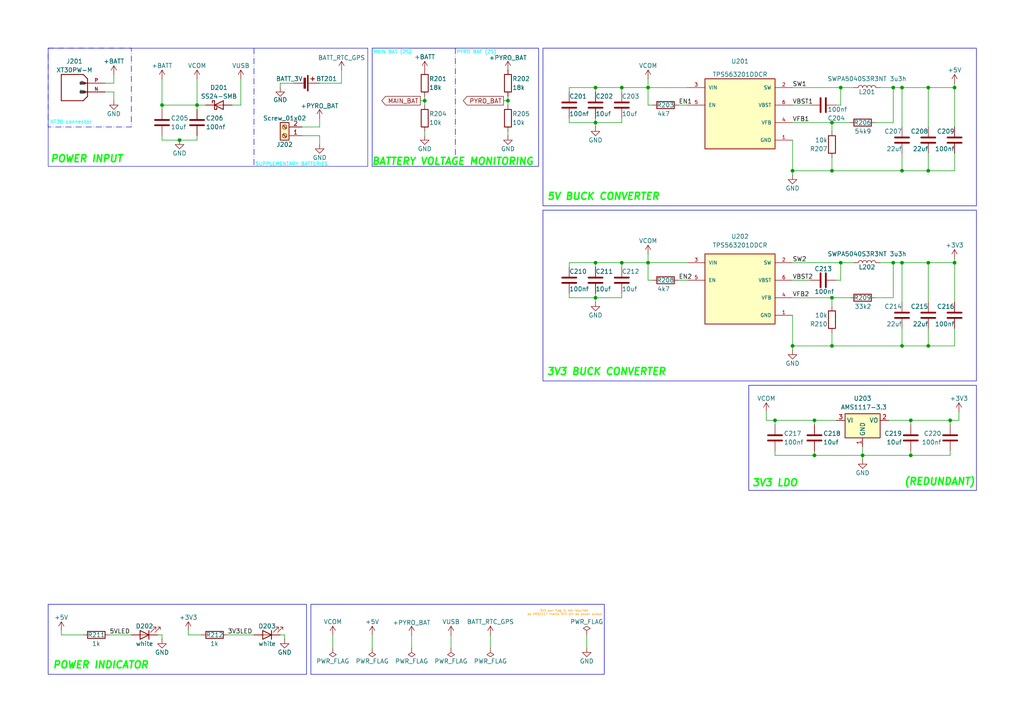
<source format=kicad_sch>
(kicad_sch (version 20250114) (generator "eeschema") (generator_version "9.0")
  (paper "A4")
  (title_block (title "VECTRON-V1") (date "2025-06-13") (rev "1.0.0") (comment 9 "ARUDHRAN"))
  (lib_symbols
    (symbol "Connector:Screw_Terminal_01x02" (pin_names (offset 1.016) (hide yes))
      (property "Reference" "J" (at 0 2.54 0))
      (property "Value" "Screw_Terminal_01x02" (at 0 -5.08 0))
      (symbol "Screw_Terminal_01x02_1_1"
        (rectangle (start -1.27 1.27) (end 1.27 -3.81) (stroke (width 0.254)) (fill (type background)))
        (polyline (pts (xy -0.5334 0.3302) (xy 0.3302 -0.508)) (stroke (width 0.1524)))
        (polyline (pts (xy -0.5334 -2.2098) (xy 0.3302 -3.048)) (stroke (width 0.1524)))
        (polyline (pts (xy -0.3556 0.508) (xy 0.508 -0.3302)) (stroke (width 0.1524)))
        (polyline (pts (xy -0.3556 -2.032) (xy 0.508 -2.8702)) (stroke (width 0.1524)))
        (circle (center 0 0) (radius 0.635) (stroke (width 0.1524)))
        (circle (center 0 -2.54) (radius 0.635) (stroke (width 0.1524)))
        (pin passive line (at -5.08 0 0) (length 3.81) (name "Pin_1") (number "1"))
        (pin passive line (at -5.08 -2.54 0) (length 3.81) (name "Pin_2") (number "2"))
      )
    )
    (symbol "Device:Battery_Cell" (pin_numbers (hide yes)) (pin_names (offset 0) (hide yes))
      (property "Reference" "BT" (at 2.54 2.54 0))
      (property "Value" "Battery_Cell" (at 2.54 0 0))
      (symbol "Battery_Cell_0_1"
        (rectangle (start -2.286 1.778) (end 2.286 1.524) (fill (type outline)))
        (rectangle (start -1.524 1.016) (end 1.524 0.508) (fill (type outline)))
        (polyline (pts (xy 0 1.778) (xy 0 2.54)))
        (polyline (pts (xy 0 0.762) (xy 0 0)))
        (polyline (pts (xy 0.762 3.048) (xy 1.778 3.048)) (stroke (width 0.254)))
        (polyline (pts (xy 1.27 3.556) (xy 1.27 2.54)) (stroke (width 0.254)))
      )
      (symbol "Battery_Cell_1_1"
        (pin passive line (at 0 5.08 270) (length 2.54) (name "+") (number "1"))
        (pin passive line (at 0 -2.54 90) (length 2.54) (name "-") (number "2"))
      )
    )
    (symbol "Device:C" (pin_numbers (hide yes)) (pin_names (offset 0.254))
      (property "Reference" "C" (at 0.635 2.54 0))
      (property "Value" "C" (at 0.635 -2.54 0))
      (symbol "C_0_1"
        (polyline (pts (xy -2.032 0.762) (xy 2.032 0.762)) (stroke (width 0.508)))
        (polyline (pts (xy -2.032 -0.762) (xy 2.032 -0.762)) (stroke (width 0.508)))
      )
      (symbol "C_1_1"
        (pin passive line (at 0 3.81 270) (length 2.794) (name "~") (number "1"))
        (pin passive line (at 0 -3.81 90) (length 2.794) (name "~") (number "2"))
      )
    )
    (symbol "Device:D_Schottky" (pin_numbers (hide yes)) (pin_names (offset 1.016) (hide yes))
      (property "Reference" "D" (at 0 2.54 0))
      (property "Value" "D_Schottky" (at 0 -2.54 0))
      (symbol "D_Schottky_0_1"
        (polyline (pts (xy -1.905 0.635) (xy -1.905 1.27) (xy -1.27 1.27) (xy -1.27 -1.27) (xy -0.635 -1.27) (xy -0.635 -0.635)) (stroke (width 0.254)))
        (polyline (pts (xy 1.27 1.27) (xy 1.27 -1.27) (xy -1.27 0) (xy 1.27 1.27)) (stroke (width 0.254)))
        (polyline (pts (xy 1.27 0) (xy -1.27 0)))
      )
      (symbol "D_Schottky_1_1"
        (pin passive line (at -3.81 0 0) (length 2.54) (name "K") (number "1"))
        (pin passive line (at 3.81 0 180) (length 2.54) (name "A") (number "2"))
      )
    )
    (symbol "Device:L" (pin_numbers (hide yes)) (pin_names (offset 1.016) (hide yes))
      (property "Reference" "L" (at -1.27 0 90))
      (property "Value" "L" (at 1.905 0 90))
      (symbol "L_0_1"
        (arc (start 0 2.54) (mid 0.6323 1.905) (end 0 1.27))
        (arc (start 0 1.27) (mid 0.6323 0.635) (end 0 0))
        (arc (start 0 0) (mid 0.6323 -0.635) (end 0 -1.27))
        (arc (start 0 -1.27) (mid 0.6323 -1.905) (end 0 -2.54))
      )
      (symbol "L_1_1"
        (pin passive line (at 0 3.81 270) (length 1.27) (name "1") (number "1"))
        (pin passive line (at 0 -3.81 90) (length 1.27) (name "2") (number "2"))
      )
    )
    (symbol "Device:LED" (pin_numbers (hide yes)) (pin_names (offset 1.016) (hide yes))
      (property "Reference" "D" (at 0 2.54 0))
      (property "Value" "LED" (at 0 -2.54 0))
      (symbol "LED_0_1"
        (polyline (pts (xy -3.048 -0.762) (xy -4.572 -2.286) (xy -3.81 -2.286) (xy -4.572 -2.286) (xy -4.572 -1.524)))
        (polyline (pts (xy -1.778 -0.762) (xy -3.302 -2.286) (xy -2.54 -2.286) (xy -3.302 -2.286) (xy -3.302 -1.524)))
        (polyline (pts (xy -1.27 0) (xy 1.27 0)))
        (polyline (pts (xy -1.27 -1.27) (xy -1.27 1.27)) (stroke (width 0.254)))
        (polyline (pts (xy 1.27 -1.27) (xy 1.27 1.27) (xy -1.27 0) (xy 1.27 -1.27)) (stroke (width 0.254)))
      )
      (symbol "LED_1_1"
        (pin passive line (at -3.81 0 0) (length 2.54) (name "K") (number "1"))
        (pin passive line (at 3.81 0 180) (length 2.54) (name "A") (number "2"))
      )
    )
    (symbol "Device:R" (pin_numbers (hide yes)) (pin_names (offset 0))
      (property "Reference" "R" (at 2.032 0 90))
      (property "Value" "R" (at 0 0 90))
      (symbol "R_0_1"
        (rectangle (start -1.016 -2.54) (end 1.016 2.54) (stroke (width 0.254)))
      )
      (symbol "R_1_1"
        (pin passive line (at 0 3.81 270) (length 1.27) (name "~") (number "1"))
        (pin passive line (at 0 -3.81 90) (length 1.27) (name "~") (number "2"))
      )
    )
    (symbol "Regulator_Linear:AMS1117-3.3"
      (property "Reference" "U" (at -3.81 3.175 0))
      (property "Value" "AMS1117-3.3" (at 0 3.175 0))
      (symbol "AMS1117-3.3_0_1"
        (rectangle (start -5.08 -5.08) (end 5.08 1.905) (stroke (width 0.254)) (fill (type background)))
      )
      (symbol "AMS1117-3.3_1_1"
        (pin power_in line (at -7.62 0 0) (length 2.54) (name "VI") (number "3"))
        (pin power_in line (at 0 -7.62 90) (length 2.54) (name "GND") (number "1"))
        (pin power_out line (at 7.62 0 180) (length 2.54) (name "VO") (number "2"))
      )
    )
    (symbol "TPS563201DDCR:TPS563201DDCR" (pin_names (offset 1.016))
      (property "Reference" "U" (at -10.16 12.7 0))
      (property "Value" "TPS563201DDCR" (at -10.16 -12.7 0))
      (symbol "TPS563201DDCR_0_0"
        (rectangle (start -10.16 -10.16) (end 10.16 10.16) (stroke (width 0.254)) (fill (type background)))
        (pin input line (at -15.24 7.62 0) (length 5.08) (name "VIN") (number "3"))
        (pin input line (at -15.24 2.54 0) (length 5.08) (name "EN") (number "5"))
        (pin output line (at 15.24 7.62 180) (length 5.08) (name "SW") (number "2"))
        (pin output line (at 15.24 2.54 180) (length 5.08) (name "VBST") (number "6"))
        (pin input line (at 15.24 -2.54 180) (length 5.08) (name "VFB") (number "4"))
        (pin power_in line (at 15.24 -7.62 180) (length 5.08) (name "GND") (number "1"))
      )
    )
    (symbol "XT30PW-M:XT30PW-M" (pin_names (offset 1.016))
      (property "Reference" "J" (at -7.62 3.302 0))
      (property "Value" "XT30PW-M" (at -7.62 -7.62 0))
      (symbol "XT30PW-M_0_0"
        (polyline (pts (xy -7.62 2.54) (xy -1.27 2.54)) (stroke (width 0.254)))
        (polyline (pts (xy -7.62 -5.08) (xy -7.62 2.54)) (stroke (width 0.254)))
        (rectangle (start -2.2225 -0.3175) (end -0.635 0.3175) (stroke (width 0.1)) (fill (type outline)))
        (rectangle (start -2.2225 -2.8575) (end -0.635 -2.2225) (stroke (width 0.1)) (fill (type outline)))
        (polyline (pts (xy -1.27 -5.08) (xy -7.62 -5.08)) (stroke (width 0.254)))
        (polyline (pts (xy 0 1.27) (xy -1.27 2.54)) (stroke (width 0.254)))
        (polyline (pts (xy 0 1.27) (xy 0 0)) (stroke (width 0.254)))
        (polyline (pts (xy 0 0) (xy -1.905 0)) (stroke (width 0.254)))
        (polyline (pts (xy 0 0) (xy 0 -3.81)) (stroke (width 0.254)))
        (polyline (pts (xy 0 -2.54) (xy -1.905 -2.54)) (stroke (width 0.254)))
        (polyline (pts (xy 0 -3.81) (xy -1.27 -5.08)) (stroke (width 0.254)))
        (pin power_in line (at 5.08 0 180) (length 5.08) (name "P") (number "P"))
        (pin power_in line (at 5.08 -2.54 180) (length 5.08) (name "N") (number "N"))
      )
    )
    (symbol "power:+3V3" (power) (pin_numbers (hide yes)) (pin_names (offset 0) (hide yes))
      (property "Value" "+3V3" (at 0 3.556 0))
      (symbol "+3V3_0_1"
        (polyline (pts (xy -0.762 1.27) (xy 0 2.54)))
        (polyline (pts (xy 0 2.54) (xy 0.762 1.27)))
        (polyline (pts (xy 0 0) (xy 0 2.54)))
      )
      (symbol "+3V3_1_1"
        (pin power_in line (at 0 0 90) (length 0) (name "~") (number "1"))
      )
    )
    (symbol "power:+5V" (power) (pin_numbers (hide yes)) (pin_names (offset 0) (hide yes))
      (property "Value" "+5V" (at 0 3.556 0))
      (symbol "+5V_0_1"
        (polyline (pts (xy -0.762 1.27) (xy 0 2.54)))
        (polyline (pts (xy 0 2.54) (xy 0.762 1.27)))
        (polyline (pts (xy 0 0) (xy 0 2.54)))
      )
      (symbol "+5V_1_1"
        (pin power_in line (at 0 0 90) (length 0) (name "~") (number "1"))
      )
    )
    (symbol "power:+BATT" (power) (pin_numbers (hide yes)) (pin_names (offset 0) (hide yes))
      (property "Value" "+BATT" (at 0 3.556 0))
      (symbol "+BATT_0_1"
        (polyline (pts (xy -0.762 1.27) (xy 0 2.54)))
        (polyline (pts (xy 0 2.54) (xy 0.762 1.27)))
        (polyline (pts (xy 0 0) (xy 0 2.54)))
      )
      (symbol "+BATT_1_1"
        (pin power_in line (at 0 0 90) (length 0) (name "~") (number "1"))
      )
    )
    (symbol "power:GND" (power) (pin_numbers (hide yes)) (pin_names (offset 0) (hide yes))
      (property "Value" "GND" (at 0 -3.81 0))
      (symbol "GND_0_1"
        (polyline (pts (xy 0 0) (xy 0 -1.27) (xy 1.27 -1.27) (xy 0 -2.54) (xy -1.27 -1.27) (xy 0 -1.27)))
      )
      (symbol "GND_1_1"
        (pin power_in line (at 0 0 270) (length 0) (name "~") (number "1"))
      )
    )
    (symbol "power:PWR_FLAG" (power) (pin_numbers (hide yes)) (pin_names (offset 0) (hide yes))
      (property "Value" "PWR_FLAG" (at 0 3.81 0))
      (symbol "PWR_FLAG_0_0"
        (pin power_out line (at 0 0 90) (length 0) (name "~") (number "1"))
      )
      (symbol "PWR_FLAG_0_1"
        (polyline (pts (xy 0 0) (xy 0 1.27) (xy -1.016 1.905) (xy 0 2.54) (xy 1.016 1.905) (xy 0 1.27)))
      )
    )
    (symbol "power:VBUS" (power) (pin_numbers (hide yes)) (pin_names (offset 0) (hide yes))
      (property "Value" "VBUS" (at 0 3.556 0))
      (symbol "VBUS_0_1"
        (polyline (pts (xy -0.762 1.27) (xy 0 2.54)))
        (polyline (pts (xy 0 2.54) (xy 0.762 1.27)))
        (polyline (pts (xy 0 0) (xy 0 2.54)))
      )
      (symbol "VBUS_1_1"
        (pin power_in line (at 0 0 90) (length 0) (name "~") (number "1"))
      )
    )
    (symbol "power:VCC" (power) (pin_numbers (hide yes)) (pin_names (offset 0) (hide yes))
      (property "Value" "VCC" (at 0 3.556 0))
      (symbol "VCC_0_1"
        (polyline (pts (xy -0.762 1.27) (xy 0 2.54)))
        (polyline (pts (xy 0 2.54) (xy 0.762 1.27)))
        (polyline (pts (xy 0 0) (xy 0 2.54)))
      )
      (symbol "VCC_1_1"
        (pin power_in line (at 0 0 90) (length 0) (name "~") (number "1"))
      )
    )
  )
  (rectangle (start 13.97 175.26) (end 88.9 195.58))
  (rectangle (start 13.97 13.97) (end 38.1 36.83) (stroke (width 0) (type dash_dot)))
  (rectangle (start 217.17 111.76) (end 283.21 142.24))
  (rectangle (start 13.97 13.97) (end 106.68 48.26) (stroke (width 0.127)))
  (rectangle (start 157.48 60.96) (end 283.21 110.49))
  (rectangle (start 107.95 13.97) (end 156.21 48.26))
  (rectangle (start 90.17 175.26) (end 175.26 195.58))
  (rectangle (start 157.48 13.97) (end 283.21 59.69))
  (text "3V3 BUCK CONVERTER\n" (at 175.895 107.95 0) (effects (font (size 2.032 2.032) (bold yes) (italic yes))))
  (text "POWER INDICATOR\n" (at 29.21 193.04 0) (effects (font (size 2.032 2.032) (bold yes) (italic yes))))
  (text "PYRO BAT (2S)\n" (at 138.176 15.24 0) (effects (font (size 1.016 1.016))))
  (text "5V BUCK CONVERTER\n" (at 175.006 57.15 0) (effects (font (size 2.032 2.032) (bold yes) (italic yes))))
  (text "XT30 connector\n" (at 20.574 35.56 0) (effects (font (size 1.016 1.016))))
  (text "SUPPLEMENTARY BATTERIES" (at 84.582 47.752 0) (effects (font (size 1.016 1.016))))
  (text "POWER INPUT" (at 25.146 46.228 0) (effects (font (size 2.032 2.032) (bold yes) (italic yes))))
  (text "(REDUNDANT)\n\n" (at 272.542 141.478 0) (effects (font (size 2.032 2.032) (bold yes) (italic yes))))
  (text "MAIN BAT (2S)" (at 113.792 15.24 0) (effects (font (size 1.016 1.016))))
  (text "3V3 pwr flag is not required \nas AMS1117 marks 3V3 pin as power output" (at 163.83 177.8 0) (effects (font (size 0.635 0.635) (thickness 0.0794))))
  (text "BATTERY VOLTAGE MONITORING" (at 131.318 46.99 0) (effects (font (size 2.032 2.032) (bold yes) (italic yes))))
  (text "3V3 LDO\n" (at 224.79 140.208 0) (effects (font (size 2.032 2.032) (bold yes) (italic yes))))
  (junction (at 172.72 25.4))
  (junction (at 243.84 76.2))
  (junction (at 264.16 132.08))
  (junction (at 269.24 49.53))
  (junction (at 229.87 100.33))
  (junction (at 241.3 49.53))
  (junction (at 269.24 100.33))
  (junction (at 241.3 35.56))
  (junction (at 275.59 121.92))
  (junction (at 269.24 25.4))
  (junction (at 52.07 40.64))
  (junction (at 172.72 35.56))
  (junction (at 241.3 100.33))
  (junction (at 57.15 30.48))
  (junction (at 224.79 121.92))
  (junction (at 259.08 25.4))
  (junction (at 236.22 121.92))
  (junction (at 229.87 49.53))
  (junction (at 46.99 30.48))
  (junction (at 236.22 132.08))
  (junction (at 243.84 25.4))
  (junction (at 276.86 25.4))
  (junction (at 187.96 25.4))
  (junction (at 172.72 76.2))
  (junction (at 261.62 25.4))
  (junction (at 180.34 76.2))
  (junction (at 250.19 132.08))
  (junction (at 261.62 49.53))
  (junction (at 269.24 76.2))
  (junction (at 259.08 76.2))
  (junction (at 261.62 100.33))
  (junction (at 180.34 25.4))
  (junction (at 241.3 86.36))
  (junction (at 187.96 76.2))
  (junction (at 147.32 29.21))
  (junction (at 276.86 76.2))
  (junction (at 172.72 86.36))
  (junction (at 261.62 76.2))
  (junction (at 264.16 121.92))
  (junction (at 123.19 29.21))
  (wire (pts (xy 259.08 25.4) (xy 255.27 25.4)))
  (wire (pts (xy 123.19 29.21) (xy 123.19 27.94)))
  (wire (pts (xy 278.13 121.92) (xy 278.13 119.38)))
  (wire (pts (xy 87.63 36.83) (xy 92.71 36.83)))
  (wire (pts (xy 187.96 25.4) (xy 187.96 30.48)))
  (wire (pts (xy 229.87 25.4) (xy 243.84 25.4)))
  (wire (pts (xy 81.28 25.4) (xy 81.28 24.13)))
  (wire (pts (xy 276.86 74.93) (xy 276.86 76.2)))
  (wire (pts (xy 241.3 38.1) (xy 241.3 35.56)))
  (wire (pts (xy 172.72 36.83) (xy 172.72 35.56)))
  (wire (pts (xy 269.24 76.2) (xy 269.24 87.63)))
  (wire (pts (xy 46.99 40.64) (xy 52.07 40.64)))
  (wire (pts (xy 165.1 26.67) (xy 165.1 25.4)))
  (wire (pts (xy 172.72 86.36) (xy 172.72 85.09)))
  (wire (pts (xy 229.87 91.44) (xy 229.87 100.33)))
  (wire (pts (xy 81.28 24.13) (xy 85.09 24.13)))
  (wire (pts (xy 254 35.56) (xy 259.08 35.56)))
  (wire (pts (xy 147.32 29.21) (xy 147.32 27.94)))
  (wire (pts (xy 196.85 81.28) (xy 199.39 81.28)))
  (wire (pts (xy 243.84 30.48) (xy 242.57 30.48)))
  (wire (pts (xy 236.22 130.81) (xy 236.22 132.08)))
  (wire (pts (xy 180.34 35.56) (xy 180.34 34.29)))
  (wire (pts (xy 54.61 182.88) (xy 54.61 184.15)))
  (wire (pts (xy 241.3 100.33) (xy 261.62 100.33)))
  (wire (pts (xy 165.1 35.56) (xy 172.72 35.56)))
  (wire (pts (xy 276.86 95.25) (xy 276.86 100.33)))
  (wire (pts (xy 229.87 81.28) (xy 234.95 81.28)))
  (wire (pts (xy 269.24 95.25) (xy 269.24 100.33)))
  (wire (pts (xy 259.08 76.2) (xy 259.08 86.36)))
  (wire (pts (xy 259.08 25.4) (xy 259.08 35.56)))
  (wire (pts (xy 259.08 25.4) (xy 261.62 25.4)))
  (wire (pts (xy 250.19 133.35) (xy 250.19 132.08)))
  (wire (pts (xy 69.85 30.48) (xy 69.85 22.86)))
  (wire (pts (xy 33.02 21.59) (xy 33.02 24.13)))
  (wire (pts (xy 146.05 29.21) (xy 147.32 29.21)))
  (wire (pts (xy 172.72 35.56) (xy 180.34 35.56)))
  (wire (pts (xy 172.72 35.56) (xy 172.72 34.29)))
  (wire (pts (xy 269.24 25.4) (xy 269.24 36.83)))
  (wire (pts (xy 243.84 81.28) (xy 242.57 81.28)))
  (wire (pts (xy 33.02 26.67) (xy 33.02 29.21)))
  (wire (pts (xy 187.96 30.48) (xy 189.23 30.48)))
  (wire (pts (xy 180.34 76.2) (xy 187.96 76.2)))
  (wire (pts (xy 180.34 77.47) (xy 180.34 76.2)))
  (wire (pts (xy 224.79 132.08) (xy 236.22 132.08)))
  (wire (pts (xy 269.24 49.53) (xy 276.86 49.53)))
  (wire (pts (xy 229.87 49.53) (xy 241.3 49.53)))
  (wire (pts (xy 254 86.36) (xy 259.08 86.36)))
  (wire (pts (xy 236.22 121.92) (xy 242.57 121.92)))
  (wire (pts (xy 187.96 73.66) (xy 187.96 76.2)))
  (wire (pts (xy 92.71 24.13) (xy 99.06 24.13)))
  (wire (pts (xy 107.95 187.96) (xy 107.95 184.15)))
  (wire (pts (xy 99.06 20.32) (xy 99.06 24.13)))
  (wire (pts (xy 243.84 25.4) (xy 243.84 30.48)))
  (wire (pts (xy 187.96 81.28) (xy 189.23 81.28)))
  (wire (pts (xy 229.87 100.33) (xy 241.3 100.33)))
  (wire (pts (xy 269.24 44.45) (xy 269.24 49.53)))
  (wire (pts (xy 229.87 101.6) (xy 229.87 100.33)))
  (wire (pts (xy 261.62 49.53) (xy 269.24 49.53)))
  (wire (pts (xy 276.86 44.45) (xy 276.86 49.53)))
  (wire (pts (xy 261.62 87.63) (xy 261.62 76.2)))
  (wire (pts (xy 17.78 184.15) (xy 24.13 184.15)))
  (wire (pts (xy 222.25 119.38) (xy 222.25 121.92)))
  (wire (pts (xy 261.62 44.45) (xy 261.62 49.53)))
  (wire (pts (xy 180.34 86.36) (xy 180.34 85.09)))
  (wire (pts (xy 264.16 132.08) (xy 264.16 130.81)))
  (wire (pts (xy 250.19 132.08) (xy 264.16 132.08)))
  (wire (pts (xy 147.32 30.48) (xy 147.32 29.21)))
  (wire (pts (xy 46.99 22.86) (xy 46.99 30.48)))
  (wire (pts (xy 276.86 25.4) (xy 276.86 36.83)))
  (wire (pts (xy 229.87 50.8) (xy 229.87 49.53)))
  (wire (pts (xy 123.19 29.21) (xy 121.92 29.21)))
  (wire (pts (xy 196.85 30.48) (xy 199.39 30.48)))
  (wire (pts (xy 241.3 100.33) (xy 241.3 96.52)))
  (wire (pts (xy 257.81 121.92) (xy 264.16 121.92)))
  (wire (pts (xy 57.15 22.86) (xy 57.15 30.48)))
  (wire (pts (xy 276.86 24.13) (xy 276.86 25.4)))
  (wire (pts (xy 241.3 88.9) (xy 241.3 86.36)))
  (wire (pts (xy 264.16 123.19) (xy 264.16 121.92)))
  (wire (pts (xy 172.72 87.63) (xy 172.72 86.36)))
  (wire (pts (xy 96.52 187.96) (xy 96.52 184.15)))
  (wire (pts (xy 187.96 25.4) (xy 199.39 25.4)))
  (wire (pts (xy 275.59 121.92) (xy 278.13 121.92)))
  (wire (pts (xy 236.22 123.19) (xy 236.22 121.92)))
  (wire (pts (xy 57.15 40.64) (xy 57.15 39.37)))
  (wire (pts (xy 17.78 184.15) (xy 17.78 182.88)))
  (wire (pts (xy 275.59 123.19) (xy 275.59 121.92)))
  (wire (pts (xy 30.48 24.13) (xy 33.02 24.13)))
  (wire (pts (xy 46.99 184.15) (xy 45.72 184.15)))
  (wire (pts (xy 57.15 31.75) (xy 57.15 30.48)))
  (wire (pts (xy 229.87 86.36) (xy 241.3 86.36)))
  (wire (pts (xy 82.55 185.42) (xy 82.55 184.15)))
  (wire (pts (xy 224.79 123.19) (xy 224.79 121.92)))
  (wire (pts (xy 165.1 76.2) (xy 172.72 76.2)))
  (wire (pts (xy 46.99 30.48) (xy 57.15 30.48)))
  (wire (pts (xy 66.04 184.15) (xy 73.66 184.15)))
  (wire (pts (xy 46.99 40.64) (xy 46.99 39.37)))
  (wire (pts (xy 269.24 100.33) (xy 276.86 100.33)))
  (wire (pts (xy 46.99 31.75) (xy 46.99 30.48)))
  (wire (pts (xy 269.24 76.2) (xy 276.86 76.2)))
  (wire (pts (xy 67.31 30.48) (xy 69.85 30.48)))
  (wire (pts (xy 165.1 77.47) (xy 165.1 76.2)))
  (wire (pts (xy 264.16 132.08) (xy 275.59 132.08)))
  (wire (pts (xy 229.87 76.2) (xy 243.84 76.2)))
  (wire (pts (xy 261.62 95.25) (xy 261.62 100.33)))
  (wire (pts (xy 46.99 185.42) (xy 46.99 184.15)))
  (wire (pts (xy 261.62 36.83) (xy 261.62 25.4)))
  (wire (pts (xy 264.16 121.92) (xy 275.59 121.92)))
  (wire (pts (xy 276.86 76.2) (xy 276.86 87.63)))
  (wire (pts (xy 123.19 30.48) (xy 123.19 29.21)))
  (wire (pts (xy 165.1 85.09) (xy 165.1 86.36)))
  (wire (pts (xy 241.3 49.53) (xy 241.3 45.72)))
  (wire (pts (xy 165.1 86.36) (xy 172.72 86.36)))
  (wire (pts (xy 259.08 76.2) (xy 261.62 76.2)))
  (wire (pts (xy 229.87 40.64) (xy 229.87 49.53)))
  (wire (pts (xy 57.15 30.48) (xy 59.69 30.48)))
  (wire (pts (xy 236.22 132.08) (xy 250.19 132.08)))
  (wire (pts (xy 275.59 132.08) (xy 275.59 130.81)))
  (wire (pts (xy 130.81 184.15) (xy 130.81 187.96)))
  (wire (pts (xy 123.19 38.1) (xy 123.19 39.37)))
  (wire (pts (xy 165.1 25.4) (xy 172.72 25.4)))
  (wire (pts (xy 241.3 86.36) (xy 246.38 86.36)))
  (wire (pts (xy 172.72 86.36) (xy 180.34 86.36)))
  (wire (pts (xy 87.63 39.37) (xy 92.71 39.37)))
  (wire (pts (xy 172.72 26.67) (xy 172.72 25.4)))
  (wire (pts (xy 92.71 39.37) (xy 92.71 41.91)))
  (wire (pts (xy 187.96 76.2) (xy 199.39 76.2)))
  (wire (pts (xy 243.84 25.4) (xy 247.65 25.4)))
  (wire (pts (xy 142.24 184.15) (xy 142.24 187.96)))
  (wire (pts (xy 243.84 76.2) (xy 247.65 76.2)))
  (wire (pts (xy 269.24 25.4) (xy 276.86 25.4)))
  (wire (pts (xy 261.62 100.33) (xy 269.24 100.33)))
  (wire (pts (xy 250.19 132.08) (xy 250.19 129.54)))
  (wire (pts (xy 229.87 30.48) (xy 234.95 30.48)))
  (wire (pts (xy 52.07 40.64) (xy 57.15 40.64)))
  (wire (pts (xy 187.96 76.2) (xy 187.96 81.28)))
  (wire (pts (xy 261.62 76.2) (xy 269.24 76.2)))
  (wire (pts (xy 82.55 184.15) (xy 81.28 184.15)))
  (wire (pts (xy 229.87 35.56) (xy 241.3 35.56)))
  (wire (pts (xy 147.32 38.1) (xy 147.32 39.37)))
  (wire (pts (xy 54.61 184.15) (xy 58.42 184.15)))
  (wire (pts (xy 30.48 26.67) (xy 33.02 26.67)))
  (wire (pts (xy 241.3 35.56) (xy 246.38 35.56)))
  (wire (pts (xy 255.27 76.2) (xy 259.08 76.2)))
  (wire (pts (xy 187.96 22.86) (xy 187.96 25.4)))
  (wire (pts (xy 180.34 25.4) (xy 187.96 25.4)))
  (wire (pts (xy 172.72 76.2) (xy 180.34 76.2)))
  (wire (pts (xy 224.79 132.08) (xy 224.79 130.81)))
  (wire (pts (xy 172.72 25.4) (xy 180.34 25.4)))
  (wire (pts (xy 180.34 26.67) (xy 180.34 25.4)))
  (wire (pts (xy 222.25 121.92) (xy 224.79 121.92)))
  (wire (pts (xy 119.38 187.96) (xy 119.38 184.15)))
  (polyline (pts (xy 132.08 13.97) (xy 132.08 45.72)) (stroke (width 0) (type dash_dot)))
  (wire (pts (xy 241.3 49.53) (xy 261.62 49.53)))
  (wire (pts (xy 92.71 36.83) (xy 92.71 34.29)))
  (wire (pts (xy 261.62 25.4) (xy 269.24 25.4)))
  (wire (pts (xy 170.18 184.15) (xy 170.18 187.96)))
  (wire (pts (xy 172.72 77.47) (xy 172.72 76.2)))
  (wire (pts (xy 165.1 34.29) (xy 165.1 35.56)))
  (wire (pts (xy 31.75 184.15) (xy 38.1 184.15)))
  (wire (pts (xy 243.84 76.2) (xy 243.84 81.28)))
  (polyline (pts (xy 73.66 13.97) (xy 73.66 48.26)) (stroke (width 0) (type dash_dot)))
  (wire (pts (xy 224.79 121.92) (xy 236.22 121.92)))
  (label "3V3LED" (at 66.04 184.15 0))
  (label "SW1" (at 229.87 25.4 0))
  (label "EN1" (at 196.85 30.48 0))
  (label "5VLED" (at 31.75 184.15 0))
  (label "VBST1" (at 229.87 30.48 0))
  (label "VBST2" (at 229.87 81.28 0))
  (label "EN2" (at 196.85 81.28 0))
  (label "VFB1" (at 229.87 35.56 0))
  (label "VFB2" (at 229.87 86.36 0))
  (label "SW2" (at 229.87 76.2 0))
  (global_label "PYRO_BAT" (shape output) (at 146.05 29.21 180) (property "Intersheetrefs" "${INTERSHEET_REFS}" (effects (hide yes))))
  (global_label "MAIN_BAT" (shape output) (at 121.92 29.21 180) (property "Intersheetrefs" "${INTERSHEET_REFS}" (effects (hide yes))))
  (symbol (lib_id "power:PWR_FLAG") (at 119.38 187.96 180) (unit 1)
    (property "Reference" "#FLG0204" (effects (hide yes)))
    (property "Value" "PWR_FLAG" (at 119.38 191.77 0))
    (property "Description" "Special symbol for telling ERC where power comes from" (effects (hide yes)))
  )
  (symbol (lib_id "power:PWR_FLAG") (at 96.52 187.96 180) (unit 1)
    (property "Reference" "#FLG0202" (effects (hide yes)))
    (property "Value" "PWR_FLAG" (at 96.52 191.77 0))
    (property "Description" "Special symbol for telling ERC where power comes from" (effects (hide yes)))
  )
  (symbol (lib_id "power:VBUS") (at 99.06 20.32 0) (unit 1)
    (property "Reference" "#PWR0201" (effects (hide yes)))
    (property "Value" "BATT_RTC_GPS" (at 99.06 16.764 0))
    (property "Description" "Power symbol creates a global label with name \"VBUS\"" (effects (hide yes)))
  )
  (symbol (lib_id "power:GND") (at 33.02 29.21 0) (unit 1)
    (property "Reference" "#PWR0211" (effects (hide yes)))
    (property "Value" "GND" (at 33.02 33.02 0))
    (property "Description" "Power symbol creates a global label with name \"GND\" , ground" (effects (hide yes)))
  )
  (symbol (lib_id "power:VBUS") (at 69.85 22.86 0) (unit 1)
    (property "Reference" "#PWR0207" (effects (hide yes)))
    (property "Value" "VUSB" (at 69.85 19.05 0))
    (property "Description" "Power symbol creates a global label with name \"VBUS\"" (effects (hide yes)))
  )
  (symbol (lib_id "Device:C") (at 57.15 35.56 0) (unit 1)
    (property "Reference" "C206" (at 59.69 34.29 0) (effects (justify left)))
    (property "Value" "100nf" (at 59.69 36.83 0) (effects (justify left)))
    (property "Footprint" "Capacitor_SMD:C_0603_1608Metric" (effects (hide yes)))
    (property "Description" "Unpolarized capacitor" (effects (hide yes)))
  )
  (symbol (lib_id "power:+3V3") (at 278.13 119.38 0) (unit 1)
    (property "Reference" "#PWR0224" (effects (hide yes)))
    (property "Value" "+3V3" (at 278.13 115.57 0))
    (property "Description" "Power symbol creates a global label with name \"+3V3\"" (effects (hide yes)))
  )
  (symbol (lib_id "power:GND") (at 123.19 39.37 0) (mirror y) (unit 1)
    (property "Reference" "#PWR0214" (effects (hide yes)))
    (property "Value" "GND" (at 123.19 43.18 0))
    (property "Description" "Power symbol creates a global label with name \"GND\" , ground" (effects (hide yes)))
  )
  (symbol (lib_id "power:VBUS") (at 96.52 184.15 0) (unit 1)
    (property "Reference" "#PWR0228" (effects (hide yes)))
    (property "Value" "VCOM" (at 96.52 180.34 0))
    (property "Description" "Power symbol creates a global label with name \"VBUS\"" (effects (hide yes)))
  )
  (symbol (lib_id "TPS563201DDCR:TPS563201DDCR") (at 214.63 33.02 0) (unit 1)
    (property "Reference" "U201" (at 214.63 17.78 0))
    (property "Value" "TPS563201DDCR" (at 214.63 21.59 0))
    (property "Footprint" "TPS563201DDCR:SOT95P280X110-6N" (effects (hide yes)))
    (property "MF" "Texas Instruments" (effects (hide yes)))
    (property "MAXIMUM_PACKAGE_HEIGHT" "1.10mm" (effects (hide yes)))
    (property "Package" "SOT-23-THN-6 Texas Instruments" (effects (hide yes)))
    (property "Price" "None" (effects (hide yes)))
    (property "Check_prices" "https://www.snapeda.com/parts/TPS563201DDCR/Texas+Instruments/view-part/?ref=eda" (effects (hide yes)))
    (property "STANDARD" "IPC-7351B" (effects (hide yes)))
    (property "PARTREV" "December 2015" (effects (hide yes)))
    (property "SnapEDA_Link" "https://www.snapeda.com/parts/TPS563201DDCR/Texas+Instruments/view-part/?ref=snap" (effects (hide yes)))
    (property "MP" "TPS563201DDCR" (effects (hide yes)))
    (property "Description_1" "4.5 V to 17 V input, 3 A output, synchronous step-down converter in Eco-mode" (effects (hide yes)))
    (property "Availability" "In Stock" (effects (hide yes)))
    (property "MANUFACTURER" "Texas Instruments" (effects (hide yes)))
  )
  (symbol (lib_id "power:VBUS") (at 222.25 119.38 0) (unit 1)
    (property "Reference" "#PWR0223" (effects (hide yes)))
    (property "Value" "VCOM" (at 222.25 115.57 0))
    (property "Description" "Power symbol creates a global label with name \"VBUS\"" (effects (hide yes)))
  )
  (symbol (lib_id "power:GND") (at 46.99 185.42 0) (unit 1)
    (property "Reference" "#PWR0233" (effects (hide yes)))
    (property "Value" "GND" (at 46.99 189.23 0))
    (property "Description" "Power symbol creates a global label with name \"GND\" , ground" (effects (hide yes)))
  )
  (symbol (lib_id "power:VBUS") (at 130.81 184.15 0) (unit 1)
    (property "Reference" "#PWR0231" (effects (hide yes)))
    (property "Value" "VUSB" (at 130.81 180.34 0))
    (property "Description" "Power symbol creates a global label with name \"VBUS\"" (effects (hide yes)))
  )
  (symbol (lib_id "Device:C") (at 46.99 35.56 0) (unit 1)
    (property "Reference" "C205" (at 49.53 34.29 0) (effects (justify left)))
    (property "Value" "10uf" (at 49.53 36.83 0) (effects (justify left)))
    (property "Footprint" "Capacitor_SMD:C_0603_1608Metric" (effects (hide yes)))
    (property "Description" "Unpolarized capacitor" (effects (hide yes)))
  )
  (symbol (lib_id "Device:C") (at 172.72 81.28 0) (unit 1)
    (property "Reference" "C211" (at 172.72 78.74 0) (effects (justify left)))
    (property "Value" "10uf" (at 172.72 83.82 0) (effects (justify left)))
    (property "Footprint" "Capacitor_SMD:C_0603_1608Metric" (effects (hide yes)))
    (property "Description" "Unpolarized capacitor" (effects (hide yes)))
  )
  (symbol (lib_id "power:VBUS") (at 57.15 22.86 0) (unit 1)
    (property "Reference" "#PWR0206" (effects (hide yes)))
    (property "Value" "VCOM" (at 57.15 19.05 0))
    (property "Description" "Power symbol creates a global label with name \"VBUS\"" (effects (hide yes)))
  )
  (symbol (lib_id "power:GND") (at 172.72 87.63 0) (unit 1)
    (property "Reference" "#PWR0221" (effects (hide yes)))
    (property "Value" "GND" (at 172.72 91.44 0))
    (property "Description" "Power symbol creates a global label with name \"GND\" , ground" (effects (hide yes)))
  )
  (symbol (lib_id "Device:R") (at 250.19 35.56 90) (unit 1)
    (property "Reference" "R206" (at 252.73 35.56 90) (effects (justify left)))
    (property "Value" "54k9" (at 252.73 38.1 90) (effects (justify left)))
    (property "Footprint" "Resistor_SMD:R_0603_1608Metric" (effects (hide yes)))
    (property "Description" "Resistor" (effects (hide yes)))
  )
  (symbol (lib_id "Device:D_Schottky") (at 63.5 30.48 0) (unit 1)
    (property "Reference" "D201" (at 63.5 25.4 0))
    (property "Value" "SS24-SMB" (at 63.5 27.94 0))
    (property "Footprint" "Diode_SMD:D_SMB" (effects (hide yes)))
    (property "Description" "Schottky diode" (effects (hide yes)))
  )
  (symbol (lib_id "Device:C") (at 264.16 127 0) (mirror y) (unit 1)
    (property "Reference" "C219" (at 261.62 125.73 0) (effects (justify left)))
    (property "Value" "10uf" (at 261.62 128.27 0) (effects (justify left)))
    (property "Footprint" "Capacitor_SMD:C_0603_1608Metric" (effects (hide yes)))
    (property "Description" "Unpolarized capacitor" (effects (hide yes)))
  )
  (symbol (lib_id "power:+BATT") (at 123.19 20.32 0) (mirror y) (unit 1)
    (property "Reference" "#PWR0202" (effects (hide yes)))
    (property "Value" "+BATT" (at 123.19 16.51 0))
    (property "Description" "Power symbol creates a global label with name \"+BATT\"" (effects (hide yes)))
  )
  (symbol (lib_id "power:PWR_FLAG") (at 170.18 184.15 0) (unit 1)
    (property "Reference" "#FLG0201" (effects (hide yes)))
    (property "Value" "PWR_FLAG" (at 170.18 180.34 0))
    (property "Description" "Special symbol for telling ERC where power comes from" (effects (hide yes)))
  )
  (symbol (lib_id "power:GND") (at 170.18 187.96 0) (unit 1)
    (property "Reference" "#PWR0235" (effects (hide yes)))
    (property "Value" "GND" (at 170.18 191.77 0))
    (property "Description" "Power symbol creates a global label with name \"GND\" , ground" (effects (hide yes)))
  )
  (symbol (lib_id "Device:R") (at 241.3 92.71 180) (unit 1)
    (property "Reference" "R210" (at 240.03 93.98 0) (effects (justify left)))
    (property "Value" "10k" (at 240.03 91.44 0) (effects (justify left)))
    (property "Footprint" "Resistor_SMD:R_0603_1608Metric" (effects (hide yes)))
    (property "Description" "Resistor" (effects (hide yes)))
  )
  (symbol (lib_id "Device:R") (at 241.3 41.91 180) (unit 1)
    (property "Reference" "R207" (at 240.03 43.18 0) (effects (justify left)))
    (property "Value" "10k" (at 240.03 40.64 0) (effects (justify left)))
    (property "Footprint" "Resistor_SMD:R_0603_1608Metric" (effects (hide yes)))
    (property "Description" "Resistor" (effects (hide yes)))
  )
  (symbol (lib_id "Device:LED") (at 41.91 184.15 180) (unit 1)
    (property "Reference" "D202" (at 41.91 181.61 0))
    (property "Value" "white" (at 41.91 186.69 0))
    (property "Footprint" "LED_SMD:LED_0603_1608Metric" (effects (hide yes)))
    (property "Description" "Light emitting diode" (effects (hide yes)))
    (property "Sim.Pins" "1=K 2=A" (effects (hide yes)))
  )
  (symbol (lib_id "power:VCC") (at 147.32 20.32 0) (mirror y) (unit 1)
    (property "Reference" "#PWR0203" (effects (hide yes)))
    (property "Value" "+PYRO_BAT" (at 147.32 16.764 0))
    (property "Description" "Power symbol creates a global label with name \"VCC\"" (effects (hide yes)))
  )
  (symbol (lib_id "power:VBUS") (at 187.96 73.66 0) (unit 1)
    (property "Reference" "#PWR0219" (effects (hide yes)))
    (property "Value" "VCOM" (at 187.96 69.85 0))
    (property "Description" "Power symbol creates a global label with name \"VBUS\"" (effects (hide yes)))
  )
  (symbol (lib_id "power:GND") (at 229.87 101.6 0) (unit 1)
    (property "Reference" "#PWR0222" (effects (hide yes)))
    (property "Value" "GND" (at 229.87 105.41 0))
    (property "Description" "Power symbol creates a global label with name \"GND\" , ground" (effects (hide yes)))
  )
  (symbol (lib_id "Device:C") (at 269.24 91.44 0) (mirror y) (unit 1)
    (property "Reference" "C215" (at 269.24 88.9 0) (effects (justify left)))
    (property "Value" "22uf" (at 269.24 93.98 0) (effects (justify left)))
    (property "Footprint" "Capacitor_SMD:C_0603_1608Metric" (effects (hide yes)))
    (property "Description" "Unpolarized capacitor" (effects (hide yes)))
  )
  (symbol (lib_id "Device:C") (at 275.59 127 0) (mirror y) (unit 1)
    (property "Reference" "C220" (at 273.05 125.73 0) (effects (justify left)))
    (property "Value" "100nf" (at 273.05 128.27 0) (effects (justify left)))
    (property "Footprint" "Capacitor_SMD:C_0603_1608Metric" (effects (hide yes)))
    (property "Description" "Unpolarized capacitor" (effects (hide yes)))
  )
  (symbol (lib_id "TPS563201DDCR:TPS563201DDCR") (at 214.63 83.82 0) (unit 1)
    (property "Reference" "U202" (at 214.63 68.58 0))
    (property "Value" "TPS563201DDCR" (at 214.63 71.12 0))
    (property "Footprint" "TPS563201DDCR:SOT95P280X110-6N" (effects (hide yes)))
    (property "MF" "Texas Instruments" (effects (hide yes)))
    (property "MAXIMUM_PACKAGE_HEIGHT" "1.10mm" (effects (hide yes)))
    (property "Package" "SOT-23-THN-6 Texas Instruments" (effects (hide yes)))
    (property "Price" "None" (effects (hide yes)))
    (property "Check_prices" "https://www.snapeda.com/parts/TPS563201DDCR/Texas+Instruments/view-part/?ref=eda" (effects (hide yes)))
    (property "STANDARD" "IPC-7351B" (effects (hide yes)))
    (property "PARTREV" "December 2015" (effects (hide yes)))
    (property "SnapEDA_Link" "https://www.snapeda.com/parts/TPS563201DDCR/Texas+Instruments/view-part/?ref=snap" (effects (hide yes)))
    (property "MP" "TPS563201DDCR" (effects (hide yes)))
    (property "Description_1" "4.5 V to 17 V input, 3 A output, synchronous step-down converter in Eco-mode" (effects (hide yes)))
    (property "Availability" "In Stock" (effects (hide yes)))
    (property "MANUFACTURER" "Texas Instruments" (effects (hide yes)))
  )
  (symbol (lib_id "Device:L") (at 251.46 25.4 90) (unit 1)
    (property "Reference" "L201" (at 251.46 26.67 90))
    (property "Value" "SWPA5040S3R3NT 3u3h" (at 251.46 22.86 90))
    (property "Footprint" "Inductor_SMD:L_Sunlord_SWPA5040S" (effects (hide yes)))
    (property "Description" "Inductor" (effects (hide yes)))
  )
  (symbol (lib_id "power:GND") (at 172.72 36.83 0) (unit 1)
    (property "Reference" "#PWR0213" (effects (hide yes)))
    (property "Value" "GND" (at 172.72 40.64 0))
    (property "Description" "Power symbol creates a global label with name \"GND\" , ground" (effects (hide yes)))
  )
  (symbol (lib_id "Device:R") (at 193.04 30.48 90) (unit 1)
    (property "Reference" "R203" (at 195.58 30.48 90) (effects (justify left)))
    (property "Value" "4k7" (at 194.31 33.02 90) (effects (justify left)))
    (property "Footprint" "Resistor_SMD:R_0603_1608Metric" (effects (hide yes)))
    (property "Description" "Resistor" (effects (hide yes)))
  )
  (symbol (lib_id "Device:R") (at 62.23 184.15 270) (unit 1)
    (property "Reference" "R212" (at 59.69 184.15 90) (effects (justify left)))
    (property "Value" "1k" (at 60.96 186.69 90) (effects (justify left)))
    (property "Footprint" "Resistor_SMD:R_0603_1608Metric" (effects (hide yes)))
    (property "Description" "Resistor" (effects (hide yes)))
  )
  (symbol (lib_id "Device:R") (at 147.32 34.29 0) (mirror y) (unit 1)
    (property "Reference" "R205" (at 148.59 33.02 0) (effects (justify right)))
    (property "Value" "10k" (at 148.59 35.56 0) (effects (justify right)))
    (property "Footprint" "Resistor_SMD:R_0603_1608Metric" (effects (hide yes)))
    (property "Description" "Resistor" (effects (hide yes)))
  )
  (symbol (lib_id "Device:C") (at 261.62 91.44 0) (mirror y) (unit 1)
    (property "Reference" "C214" (at 261.62 88.9 0) (effects (justify left)))
    (property "Value" "22uf" (at 261.62 93.98 0) (effects (justify left)))
    (property "Footprint" "Capacitor_SMD:C_0603_1608Metric" (effects (hide yes)))
    (property "Description" "Unpolarized capacitor" (effects (hide yes)))
  )
  (symbol (lib_id "power:+BATT") (at 46.99 22.86 0) (unit 1)
    (property "Reference" "#PWR0205" (effects (hide yes)))
    (property "Value" "+BATT" (at 46.99 19.05 0))
    (property "Description" "Power symbol creates a global label with name \"+BATT\"" (effects (hide yes)))
  )
  (symbol (lib_id "power:GND") (at 92.71 41.91 0) (unit 1)
    (property "Reference" "#PWR0217" (effects (hide yes)))
    (property "Value" "GND" (at 92.71 45.72 0))
    (property "Description" "Power symbol creates a global label with name \"GND\" , ground" (effects (hide yes)))
  )
  (symbol (lib_id "Device:C") (at 276.86 40.64 0) (mirror y) (unit 1)
    (property "Reference" "C209" (at 276.86 38.1 0) (effects (justify left)))
    (property "Value" "100nf" (at 276.86 43.18 0) (effects (justify left)))
    (property "Footprint" "Capacitor_SMD:C_0603_1608Metric" (effects (hide yes)))
    (property "Description" "Unpolarized capacitor" (effects (hide yes)))
  )
  (symbol (lib_id "power:+5V") (at 107.95 184.15 0) (unit 1)
    (property "Reference" "#PWR0229" (effects (hide yes)))
    (property "Value" "+5V" (at 107.95 180.34 0))
    (property "Description" "Power symbol creates a global label with name \"+5V\"" (effects (hide yes)))
  )
  (symbol (lib_id "Device:C") (at 224.79 127 0) (unit 1)
    (property "Reference" "C217" (at 227.33 125.73 0) (effects (justify left)))
    (property "Value" "100nf" (at 227.33 128.27 0) (effects (justify left)))
    (property "Footprint" "Capacitor_SMD:C_0603_1608Metric" (effects (hide yes)))
    (property "Description" "Unpolarized capacitor" (effects (hide yes)))
  )
  (symbol (lib_id "Device:R") (at 123.19 24.13 0) (mirror y) (unit 1)
    (property "Reference" "R201" (at 124.46 22.86 0) (effects (justify right)))
    (property "Value" "18k" (at 124.46 25.4 0) (effects (justify right)))
    (property "Footprint" "Resistor_SMD:R_0603_1608Metric" (effects (hide yes)))
    (property "Description" "Resistor" (effects (hide yes)))
  )
  (symbol (lib_id "Device:C") (at 172.72 30.48 0) (unit 1)
    (property "Reference" "C202" (at 172.72 27.94 0) (effects (justify left)))
    (property "Value" "10uf" (at 172.72 33.02 0) (effects (justify left)))
    (property "Footprint" "Capacitor_SMD:C_0603_1608Metric" (effects (hide yes)))
    (property "Description" "Unpolarized capacitor" (effects (hide yes)))
  )
  (symbol (lib_id "Device:C") (at 165.1 81.28 0) (unit 1)
    (property "Reference" "C210" (at 165.1 78.74 0) (effects (justify left)))
    (property "Value" "100nf" (at 165.1 83.82 0) (effects (justify left)))
    (property "Footprint" "Capacitor_SMD:C_0603_1608Metric" (effects (hide yes)))
    (property "Description" "Unpolarized capacitor" (effects (hide yes)))
  )
  (symbol (lib_id "Device:C") (at 238.76 30.48 90) (mirror x) (unit 1)
    (property "Reference" "C204" (at 240.03 34.29 90) (effects (justify right)))
    (property "Value" "100nf" (at 240.03 31.75 90) (effects (justify right)))
    (property "Footprint" "Capacitor_SMD:C_0603_1608Metric" (effects (hide yes)))
    (property "Description" "Unpolarized capacitor" (effects (hide yes)))
  )
  (symbol (lib_id "Device:R") (at 147.32 24.13 0) (mirror y) (unit 1)
    (property "Reference" "R202" (at 148.59 22.86 0) (effects (justify right)))
    (property "Value" "18k" (at 148.59 25.4 0) (effects (justify right)))
    (property "Footprint" "Resistor_SMD:R_0603_1608Metric" (effects (hide yes)))
    (property "Description" "Resistor" (effects (hide yes)))
  )
  (symbol (lib_id "Device:C") (at 261.62 40.64 0) (mirror y) (unit 1)
    (property "Reference" "C207" (at 261.62 38.1 0) (effects (justify left)))
    (property "Value" "22uf" (at 261.62 43.18 0) (effects (justify left)))
    (property "Footprint" "Capacitor_SMD:C_0603_1608Metric" (effects (hide yes)))
    (property "Description" "Unpolarized capacitor" (effects (hide yes)))
  )
  (symbol (lib_id "Device:C") (at 238.76 81.28 90) (mirror x) (unit 1)
    (property "Reference" "C213" (at 236.22 77.978 90) (effects (justify right)))
    (property "Value" "100nf" (at 236.22 84.582 90) (effects (justify right)))
    (property "Footprint" "Capacitor_SMD:C_0603_1608Metric" (effects (hide yes)))
    (property "Description" "Unpolarized capacitor" (effects (hide yes)))
  )
  (symbol (lib_id "power:+BATT") (at 33.02 21.59 0) (unit 1)
    (property "Reference" "#PWR0204" (effects (hide yes)))
    (property "Value" "+BATT" (at 33.02 17.78 0))
    (property "Description" "Power symbol creates a global label with name \"+BATT\"" (effects (hide yes)))
  )
  (symbol (lib_id "XT30PW-M:XT30PW-M") (at 25.4 24.13 0) (unit 1)
    (property "Reference" "J201" (at 21.59 17.78 0))
    (property "Value" "XT30PW-M" (at 21.59 20.32 0))
    (property "Footprint" "XT30PW-M:AMASS_XT30PW-M" (effects (hide yes)))
    (property "MF" "AMASS" (effects (hide yes)))
    (property "MAXIMUM_PACKAGE_HEIGHT" "5 mm" (effects (hide yes)))
    (property "Package" "None" (effects (hide yes)))
    (property "Price" "None" (effects (hide yes)))
    (property "Check_prices" "https://www.snapeda.com/parts/XT30PW-M/AMASS/view-part/?ref=eda" (effects (hide yes)))
    (property "STANDARD" "Manufacturer Recommendations" (effects (hide yes)))
    (property "PARTREV" "1.2" (effects (hide yes)))
    (property "SnapEDA_Link" "https://www.snapeda.com/parts/XT30PW-M/AMASS/view-part/?ref=snap" (effects (hide yes)))
    (property "MP" "XT30PW-M" (effects (hide yes)))
    (property "Description_1" "Socket; DC supply; XT30; male; PIN: 2; on PCBs; THT; Colour: yellow" (effects (hide yes)))
    (property "MANUFACTURER" "Amass" (effects (hide yes)))
    (property "Availability" "Not in stock" (effects (hide yes)))
    (property "SNAPEDA_PN" "XT30PW-M" (effects (hide yes)))
  )
  (symbol (lib_id "Device:C") (at 276.86 91.44 0) (mirror y) (unit 1)
    (property "Reference" "C216" (at 276.86 88.9 0) (effects (justify left)))
    (property "Value" "100nf" (at 276.86 93.98 0) (effects (justify left)))
    (property "Footprint" "Capacitor_SMD:C_0603_1608Metric" (effects (hide yes)))
    (property "Description" "Unpolarized capacitor" (effects (hide yes)))
  )
  (symbol (lib_id "power:PWR_FLAG") (at 130.81 187.96 180) (unit 1)
    (property "Reference" "#FLG0205" (effects (hide yes)))
    (property "Value" "PWR_FLAG" (at 130.81 191.77 0))
    (property "Description" "Special symbol for telling ERC where power comes from" (effects (hide yes)))
  )
  (symbol (lib_id "power:VBUS") (at 187.96 22.86 0) (unit 1)
    (property "Reference" "#PWR0208" (effects (hide yes)))
    (property "Value" "VCOM" (at 187.96 19.05 0))
    (property "Description" "Power symbol creates a global label with name \"VBUS\"" (effects (hide yes)))
  )
  (symbol (lib_id "power:VCC") (at 92.71 34.29 0) (unit 1)
    (property "Reference" "#PWR0212" (effects (hide yes)))
    (property "Value" "+PYRO_BAT" (at 92.71 30.734 0))
    (property "Description" "Power symbol creates a global label with name \"VCC\"" (effects (hide yes)))
  )
  (symbol (lib_id "power:PWR_FLAG") (at 107.95 187.96 180) (unit 1)
    (property "Reference" "#FLG0203" (effects (hide yes)))
    (property "Value" "PWR_FLAG" (at 107.95 191.77 0))
    (property "Description" "Special symbol for telling ERC where power comes from" (effects (hide yes)))
  )
  (symbol (lib_id "Device:R") (at 193.04 81.28 90) (unit 1)
    (property "Reference" "R208" (at 195.58 81.28 90) (effects (justify left)))
    (property "Value" "4k7" (at 194.31 83.82 90) (effects (justify left)))
    (property "Footprint" "Resistor_SMD:R_0603_1608Metric" (effects (hide yes)))
    (property "Description" "Resistor" (effects (hide yes)))
  )
  (symbol (lib_id "Device:C") (at 180.34 30.48 0) (unit 1)
    (property "Reference" "C203" (at 180.34 27.94 0) (effects (justify left)))
    (property "Value" "10uf" (at 180.34 33.02 0) (effects (justify left)))
    (property "Footprint" "Capacitor_SMD:C_0603_1608Metric" (effects (hide yes)))
    (property "Description" "Unpolarized capacitor" (effects (hide yes)))
  )
  (symbol (lib_id "Device:L") (at 251.46 76.2 90) (unit 1)
    (property "Reference" "L202" (at 251.46 77.47 90))
    (property "Value" "SWPA5040S3R3NT 3u3h" (at 251.46 73.66 90))
    (property "Footprint" "Inductor_SMD:L_Sunlord_SWPA5040S" (effects (hide yes)))
    (property "Description" "Inductor" (effects (hide yes)))
  )
  (symbol (lib_id "power:+3V3") (at 54.61 182.88 0) (unit 1)
    (property "Reference" "#PWR0227" (effects (hide yes)))
    (property "Value" "+3V3" (at 54.61 179.07 0))
    (property "Description" "Power symbol creates a global label with name \"+3V3\"" (effects (hide yes)))
  )
  (symbol (lib_id "power:GND") (at 52.07 40.64 0) (unit 1)
    (property "Reference" "#PWR0216" (effects (hide yes)))
    (property "Value" "GND" (at 52.07 44.45 0))
    (property "Description" "Power symbol creates a global label with name \"GND\" , ground" (effects (hide yes)))
  )
  (symbol (lib_id "Device:Battery_Cell") (at 87.63 24.13 270) (mirror x) (unit 1)
    (property "Reference" "BT201" (at 91.694 22.86 90) (effects (justify left)))
    (property "Value" "BATT_3V" (at 80.01 22.86 90) (effects (justify left)))
    (property "Footprint" "Battery:BatteryHolder_Multicomp_BC-2001_1x2032_modified" (effects (hide yes)))
    (property "Description" "Single-cell battery" (effects (hide yes)))
  )
  (symbol (lib_id "power:+3V3") (at 276.86 74.93 0) (unit 1)
    (property "Reference" "#PWR0220" (effects (hide yes)))
    (property "Value" "+3V3" (at 276.86 71.12 0))
    (property "Description" "Power symbol creates a global label with name \"+3V3\"" (effects (hide yes)))
  )
  (symbol (lib_id "Device:C") (at 165.1 30.48 0) (unit 1)
    (property "Reference" "C201" (at 165.1 27.94 0) (effects (justify left)))
    (property "Value" "100nf" (at 165.1 33.02 0) (effects (justify left)))
    (property "Footprint" "Capacitor_SMD:C_0603_1608Metric" (effects (hide yes)))
    (property "Description" "Unpolarized capacitor" (effects (hide yes)))
  )
  (symbol (lib_id "power:PWR_FLAG") (at 142.24 187.96 180) (unit 1)
    (property "Reference" "#FLG0206" (effects (hide yes)))
    (property "Value" "PWR_FLAG" (at 142.24 191.77 0))
    (property "Description" "Special symbol for telling ERC where power comes from" (effects (hide yes)))
  )
  (symbol (lib_id "Device:C") (at 236.22 127 0) (unit 1)
    (property "Reference" "C218" (at 238.76 125.73 0) (effects (justify left)))
    (property "Value" "10uf" (at 238.76 128.27 0) (effects (justify left)))
    (property "Footprint" "Capacitor_SMD:C_0603_1608Metric" (effects (hide yes)))
    (property "Description" "Unpolarized capacitor" (effects (hide yes)))
  )
  (symbol (lib_id "Device:C") (at 180.34 81.28 0) (unit 1)
    (property "Reference" "C212" (at 180.34 78.74 0) (effects (justify left)))
    (property "Value" "10uf" (at 180.34 83.82 0) (effects (justify left)))
    (property "Footprint" "Capacitor_SMD:C_0603_1608Metric" (effects (hide yes)))
    (property "Description" "Unpolarized capacitor" (effects (hide yes)))
  )
  (symbol (lib_id "Device:R") (at 123.19 34.29 0) (mirror y) (unit 1)
    (property "Reference" "R204" (at 124.46 33.02 0) (effects (justify right)))
    (property "Value" "10k" (at 124.46 35.56 0) (effects (justify right)))
    (property "Footprint" "Resistor_SMD:R_0603_1608Metric" (effects (hide yes)))
    (property "Description" "Resistor" (effects (hide yes)))
  )
  (symbol (lib_id "power:VCC") (at 119.38 184.15 0) (unit 1)
    (property "Reference" "#PWR0230" (effects (hide yes)))
    (property "Value" "+PYRO_BAT" (at 119.38 180.594 0))
    (property "Description" "Power symbol creates a global label with name \"VCC\"" (effects (hide yes)))
  )
  (symbol (lib_id "power:GND") (at 250.19 133.35 0) (unit 1)
    (property "Reference" "#PWR0225" (effects (hide yes)))
    (property "Value" "GND" (at 250.19 137.16 0))
    (property "Description" "Power symbol creates a global label with name \"GND\" , ground" (effects (hide yes)))
  )
  (symbol (lib_id "power:VBUS") (at 142.24 184.15 0) (unit 1)
    (property "Reference" "#PWR0232" (effects (hide yes)))
    (property "Value" "BATT_RTC_GPS" (at 142.24 180.34 0))
    (property "Description" "Power symbol creates a global label with name \"VBUS\"" (effects (hide yes)))
  )
  (symbol (lib_id "power:+5V") (at 17.78 182.88 0) (unit 1)
    (property "Reference" "#PWR0226" (effects (hide yes)))
    (property "Value" "+5V" (at 17.78 179.07 0))
    (property "Description" "Power symbol creates a global label with name \"+5V\"" (effects (hide yes)))
  )
  (symbol (lib_id "Regulator_Linear:AMS1117-3.3") (at 250.19 121.92 0) (unit 1)
    (property "Reference" "U203" (at 250.19 115.57 0))
    (property "Value" "AMS1117-3.3" (at 243.84 118.11 0) (effects (justify left)))
    (property "Footprint" "Package_TO_SOT_SMD:SOT-223-3_TabPin2" (effects (hide yes)))
    (property "Datasheet" "http://www.advanced-monolithic.com/pdf/ds1117.pdf" (effects (hide yes)))
    (property "Description" "1A Low Dropout regulator, positive, 3.3V fixed output, SOT-223" (effects (hide yes)))
  )
  (symbol (lib_id "power:GND") (at 229.87 50.8 0) (unit 1)
    (property "Reference" "#PWR0218" (effects (hide yes)))
    (property "Value" "GND" (at 229.87 54.61 0))
    (property "Description" "Power symbol creates a global label with name \"GND\" , ground" (effects (hide yes)))
  )
  (symbol (lib_id "power:GND") (at 82.55 185.42 0) (unit 1)
    (property "Reference" "#PWR0234" (effects (hide yes)))
    (property "Value" "GND" (at 82.55 189.23 0))
    (property "Description" "Power symbol creates a global label with name \"GND\" , ground" (effects (hide yes)))
  )
  (symbol (lib_id "Device:C") (at 269.24 40.64 0) (mirror y) (unit 1)
    (property "Reference" "C208" (at 269.24 38.1 0) (effects (justify left)))
    (property "Value" "22uf" (at 269.24 43.18 0) (effects (justify left)))
    (property "Footprint" "Capacitor_SMD:C_0603_1608Metric" (effects (hide yes)))
    (property "Description" "Unpolarized capacitor" (effects (hide yes)))
  )
  (symbol (lib_id "Device:R") (at 250.19 86.36 90) (unit 1)
    (property "Reference" "R209" (at 252.73 86.36 90) (effects (justify left)))
    (property "Value" "33k2" (at 252.73 88.9 90) (effects (justify left)))
    (property "Footprint" "Resistor_SMD:R_0603_1608Metric" (effects (hide yes)))
    (property "Description" "Resistor" (effects (hide yes)))
  )
  (symbol (lib_id "Device:LED") (at 77.47 184.15 180) (unit 1)
    (property "Reference" "D203" (at 77.47 181.61 0))
    (property "Value" "white" (at 77.47 186.69 0))
    (property "Footprint" "LED_SMD:LED_0603_1608Metric" (effects (hide yes)))
    (property "Description" "Light emitting diode" (effects (hide yes)))
    (property "Sim.Pins" "1=K 2=A" (effects (hide yes)))
  )
  (symbol (lib_id "Connector:Screw_Terminal_01x02") (at 82.55 39.37 180) (unit 1)
    (property "Reference" "J202" (at 82.55 41.91 0))
    (property "Value" "Screw_01x02" (at 82.55 34.29 0))
    (property "Footprint" "TerminalBlock:TerminalBlock_Xinya_XY308-2.54-2P_1x02_P2.54mm_Horizontal" (effects (hide yes)))
    (property "Description" "Generic screw terminal, single row, 01x02, script generated (kicad-library-utils/schlib/autogen/connector/)" (effects (hide yes)))
  )
  (symbol (lib_id "power:+5V") (at 276.86 24.13 0) (unit 1)
    (property "Reference" "#PWR0209" (effects (hide yes)))
    (property "Value" "+5V" (at 276.86 20.32 0))
    (property "Description" "Power symbol creates a global label with name \"+5V\"" (effects (hide yes)))
  )
  (symbol (lib_id "power:GND") (at 81.28 25.4 0) (unit 1)
    (property "Reference" "#PWR0210" (effects (hide yes)))
    (property "Value" "GND" (at 81.28 28.956 0))
    (property "Description" "Power symbol creates a global label with name \"GND\" , ground" (effects (hide yes)))
  )
  (symbol (lib_id "Device:R") (at 27.94 184.15 270) (unit 1)
    (property "Reference" "R211" (at 25.4 184.15 90) (effects (justify left)))
    (property "Value" "1k" (at 26.67 186.69 90) (effects (justify left)))
    (property "Footprint" "Resistor_SMD:R_0603_1608Metric" (effects (hide yes)))
    (property "Description" "Resistor" (effects (hide yes)))
  )
  (symbol (lib_id "power:GND") (at 147.32 39.37 0) (mirror y) (unit 1)
    (property "Reference" "#PWR0215" (effects (hide yes)))
    (property "Value" "GND" (at 147.32 43.18 0))
    (property "Description" "Power symbol creates a global label with name \"GND\" , ground" (effects (hide yes)))
  )
)
</source>
